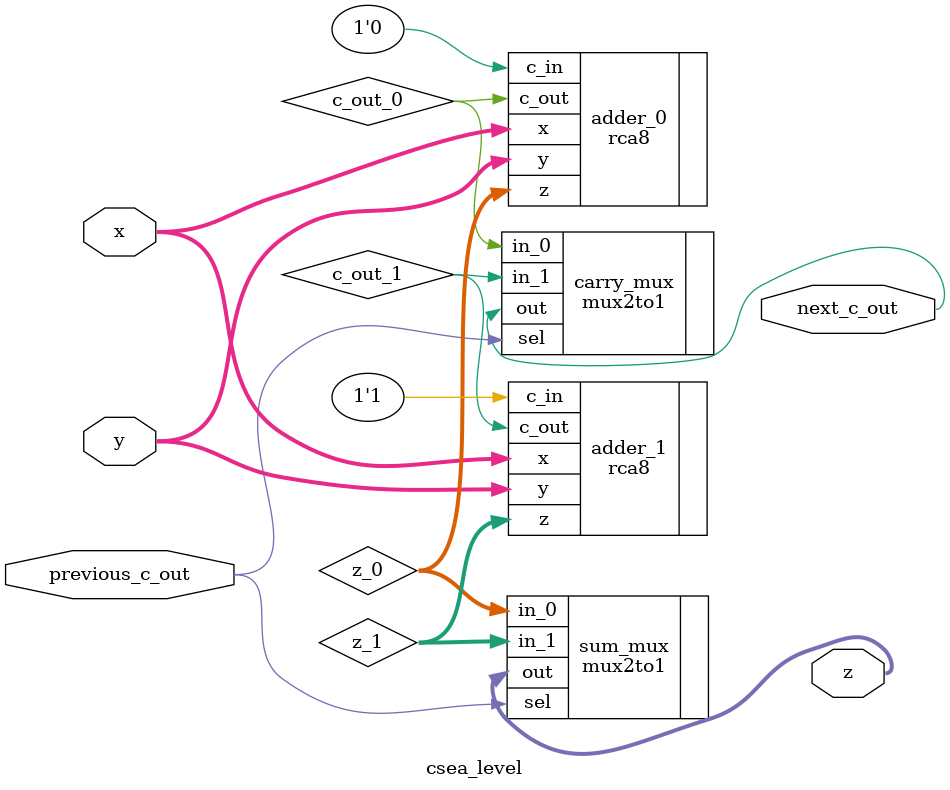
<source format=v>
module csea_level (
  input [7:0]x,
  input [7:0]y,
  input previous_c_out,
  output [7:0]z,
  output next_c_out
);

  wire [7:0]z_0;
  wire [7:0]z_1;
  wire c_out_0;
  wire c_out_1;
  
  rca8 adder_0 (
    .x(x),
    .y(y),
    .c_in(1'b0),
    .z(z_0),
    .c_out(c_out_0)
  );
  
  rca8 adder_1 (
    .x(x),
    .y(y),
    .c_in(1'b1),
    .z(z_1),
    .c_out(c_out_1)
  );
  
  mux2to1 #(.w(8)) sum_mux (
    .in_0(z_0),
    .in_1(z_1),
    .sel(previous_c_out),
    .out(z)
  );
  
  mux2to1 #(.w(1)) carry_mux (
    .in_0(c_out_0),
    .in_1(c_out_1),
    .sel(previous_c_out),
    .out(next_c_out)
  );
  
endmodule
</source>
